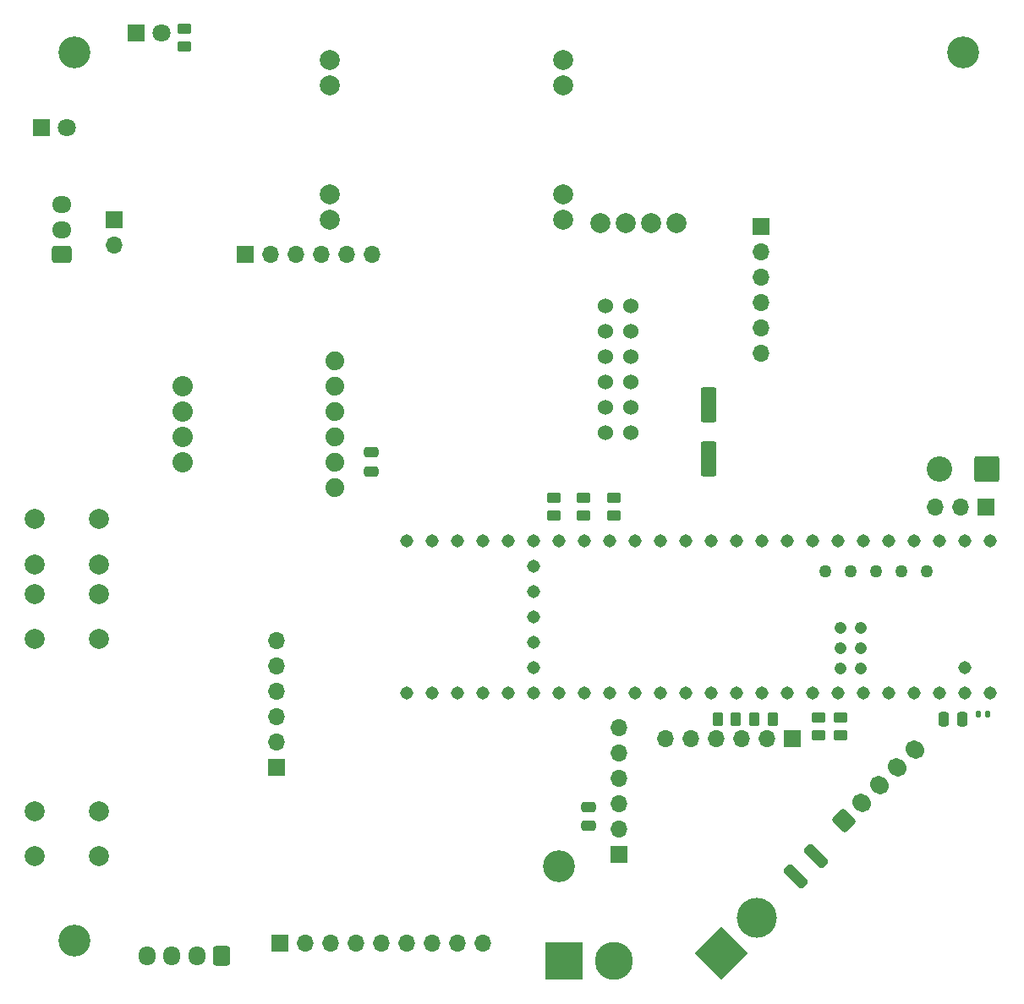
<source format=gbr>
%TF.GenerationSoftware,KiCad,Pcbnew,7.0.8*%
%TF.CreationDate,2023-10-26T13:24:24+11:00*%
%TF.ProjectId,Main 4.2,4d61696e-2034-42e3-922e-6b696361645f,rev?*%
%TF.SameCoordinates,Original*%
%TF.FileFunction,Soldermask,Top*%
%TF.FilePolarity,Negative*%
%FSLAX46Y46*%
G04 Gerber Fmt 4.6, Leading zero omitted, Abs format (unit mm)*
G04 Created by KiCad (PCBNEW 7.0.8) date 2023-10-26 13:24:24*
%MOMM*%
%LPD*%
G01*
G04 APERTURE LIST*
G04 Aperture macros list*
%AMRoundRect*
0 Rectangle with rounded corners*
0 $1 Rounding radius*
0 $2 $3 $4 $5 $6 $7 $8 $9 X,Y pos of 4 corners*
0 Add a 4 corners polygon primitive as box body*
4,1,4,$2,$3,$4,$5,$6,$7,$8,$9,$2,$3,0*
0 Add four circle primitives for the rounded corners*
1,1,$1+$1,$2,$3*
1,1,$1+$1,$4,$5*
1,1,$1+$1,$6,$7*
1,1,$1+$1,$8,$9*
0 Add four rect primitives between the rounded corners*
20,1,$1+$1,$2,$3,$4,$5,0*
20,1,$1+$1,$4,$5,$6,$7,0*
20,1,$1+$1,$6,$7,$8,$9,0*
20,1,$1+$1,$8,$9,$2,$3,0*%
%AMHorizOval*
0 Thick line with rounded ends*
0 $1 width*
0 $2 $3 position (X,Y) of the first rounded end (center of the circle)*
0 $4 $5 position (X,Y) of the second rounded end (center of the circle)*
0 Add line between two ends*
20,1,$1,$2,$3,$4,$5,0*
0 Add two circle primitives to create the rounded ends*
1,1,$1,$2,$3*
1,1,$1,$4,$5*%
%AMRotRect*
0 Rectangle, with rotation*
0 The origin of the aperture is its center*
0 $1 length*
0 $2 width*
0 $3 Rotation angle, in degrees counterclockwise*
0 Add horizontal line*
21,1,$1,$2,0,0,$3*%
G04 Aperture macros list end*
%ADD10RoundRect,0.250000X0.450000X-0.262500X0.450000X0.262500X-0.450000X0.262500X-0.450000X-0.262500X0*%
%ADD11RoundRect,0.250000X-0.450000X0.262500X-0.450000X-0.262500X0.450000X-0.262500X0.450000X0.262500X0*%
%ADD12C,1.524000*%
%ADD13C,3.200000*%
%ADD14RoundRect,0.250000X0.262500X0.450000X-0.262500X0.450000X-0.262500X-0.450000X0.262500X-0.450000X0*%
%ADD15C,2.000000*%
%ADD16RoundRect,0.250000X-0.262500X-0.450000X0.262500X-0.450000X0.262500X0.450000X-0.262500X0.450000X0*%
%ADD17RoundRect,0.249999X1.025001X1.025001X-1.025001X1.025001X-1.025001X-1.025001X1.025001X-1.025001X0*%
%ADD18C,2.550000*%
%ADD19RoundRect,0.250000X0.550000X-1.500000X0.550000X1.500000X-0.550000X1.500000X-0.550000X-1.500000X0*%
%ADD20R,1.700000X1.700000*%
%ADD21O,1.700000X1.700000*%
%ADD22RoundRect,0.140000X-0.140000X-0.170000X0.140000X-0.170000X0.140000X0.170000X-0.140000X0.170000X0*%
%ADD23RoundRect,0.250000X0.088388X-0.936916X0.936916X-0.088388X-0.088388X0.936916X-0.936916X0.088388X0*%
%ADD24HorizOval,1.700000X-0.088388X0.088388X0.088388X-0.088388X0*%
%ADD25RoundRect,0.250000X-0.250000X-0.475000X0.250000X-0.475000X0.250000X0.475000X-0.250000X0.475000X0*%
%ADD26RoundRect,0.250000X0.475000X-0.250000X0.475000X0.250000X-0.475000X0.250000X-0.475000X-0.250000X0*%
%ADD27C,1.308000*%
%ADD28C,1.258000*%
%ADD29C,1.208000*%
%ADD30R,1.800000X1.800000*%
%ADD31C,1.800000*%
%ADD32RotRect,3.800000X3.800000X45.000000*%
%ADD33C,4.000000*%
%ADD34R,3.800000X3.800000*%
%ADD35C,3.800000*%
%ADD36RoundRect,0.250000X0.539169X-0.981111X0.981111X-0.539169X-0.539169X0.981111X-0.981111X0.539169X0*%
%ADD37C,1.879600*%
%ADD38C,2.032000*%
%ADD39RoundRect,0.250000X0.600000X0.725000X-0.600000X0.725000X-0.600000X-0.725000X0.600000X-0.725000X0*%
%ADD40O,1.700000X1.950000*%
%ADD41RoundRect,0.250000X0.725000X-0.600000X0.725000X0.600000X-0.725000X0.600000X-0.725000X-0.600000X0*%
%ADD42O,1.950000X1.700000*%
G04 APERTURE END LIST*
D10*
%TO.C,R31*%
X116500000Y-104912500D03*
X116500000Y-103087500D03*
%TD*%
D11*
%TO.C,R27*%
X182250000Y-172087500D03*
X182250000Y-173912500D03*
%TD*%
D12*
%TO.C,U8*%
X158640000Y-143600000D03*
X161180000Y-143600000D03*
X158640000Y-141060000D03*
X161180000Y-141060000D03*
X158640000Y-138520000D03*
X161180000Y-138520000D03*
X158640000Y-135980000D03*
X161180000Y-135980000D03*
X158640000Y-133440000D03*
X161180000Y-133440000D03*
X161180000Y-130900000D03*
X158640000Y-130900000D03*
%TD*%
D13*
%TO.C,H3*%
X105500000Y-105500000D03*
%TD*%
D10*
%TO.C,R34*%
X159500000Y-151912500D03*
X159500000Y-150087500D03*
%TD*%
D14*
%TO.C,R29*%
X171750000Y-172250000D03*
X169925000Y-172250000D03*
%TD*%
D11*
%TO.C,R28*%
X180000000Y-172087500D03*
X180000000Y-173912500D03*
%TD*%
D15*
%TO.C,SW2*%
X108000000Y-156750000D03*
X101500000Y-156750000D03*
X108000000Y-152250000D03*
X101500000Y-152250000D03*
%TD*%
%TO.C,SW3*%
X101500000Y-181500000D03*
X108000000Y-181500000D03*
X101500000Y-186000000D03*
X108000000Y-186000000D03*
%TD*%
D16*
%TO.C,R30*%
X173587500Y-172250000D03*
X175412500Y-172250000D03*
%TD*%
D15*
%TO.C,SW1*%
X108000000Y-164250000D03*
X101500000Y-164250000D03*
X108000000Y-159750000D03*
X101500000Y-159750000D03*
%TD*%
D13*
%TO.C,H1*%
X154000000Y-187000000D03*
%TD*%
%TO.C,H2*%
X194500000Y-105500000D03*
%TD*%
D17*
%TO.C,J14*%
X196900000Y-147250000D03*
D18*
X192100000Y-147250000D03*
%TD*%
D19*
%TO.C,C21*%
X169000000Y-146200000D03*
X169000000Y-140800000D03*
%TD*%
D10*
%TO.C,R35*%
X156500000Y-151912500D03*
X156500000Y-150087500D03*
%TD*%
D20*
%TO.C,U10*%
X160000000Y-185850000D03*
D21*
X160000000Y-183310000D03*
X160000000Y-180770000D03*
X160000000Y-178230000D03*
X160000000Y-175690000D03*
X160000000Y-173150000D03*
%TD*%
D22*
%TO.C,C24*%
X196020000Y-171750000D03*
X196980000Y-171750000D03*
%TD*%
D10*
%TO.C,R32*%
X153500000Y-151912500D03*
X153500000Y-150087500D03*
%TD*%
D23*
%TO.C,J13*%
X182593235Y-182414303D03*
D24*
X184361002Y-180646536D03*
X186128769Y-178878769D03*
X187896536Y-177111002D03*
X189664303Y-175343235D03*
%TD*%
D25*
%TO.C,C23*%
X192550000Y-172250000D03*
X194450000Y-172250000D03*
%TD*%
D20*
%TO.C,J12*%
X126090000Y-194750000D03*
D21*
X128630000Y-194750000D03*
X131170000Y-194750000D03*
X133710000Y-194750000D03*
X136250000Y-194750000D03*
X138790000Y-194750000D03*
X141330000Y-194750000D03*
X143870000Y-194750000D03*
X146410000Y-194750000D03*
%TD*%
D15*
%TO.C,U7*%
X158190000Y-122580000D03*
X160730000Y-122580000D03*
X163270000Y-122580000D03*
X165810000Y-122580000D03*
%TD*%
D26*
%TO.C,C29*%
X157000000Y-182950000D03*
X157000000Y-181050000D03*
%TD*%
D27*
%TO.C,U12*%
X194670000Y-154380000D03*
X192130000Y-154380000D03*
X189590000Y-154380000D03*
X187050000Y-154380000D03*
X161650000Y-154380000D03*
X192130000Y-169620000D03*
X151490000Y-159460000D03*
X184510000Y-154380000D03*
X181970000Y-154380000D03*
D28*
X190860000Y-157430000D03*
D27*
X179430000Y-154380000D03*
X176890000Y-154380000D03*
X174350000Y-154380000D03*
X171810000Y-154380000D03*
X169270000Y-154380000D03*
X166730000Y-154380000D03*
X164190000Y-154380000D03*
X164190000Y-169620000D03*
X166730000Y-169620000D03*
X169270000Y-169620000D03*
X171810000Y-169620000D03*
X174350000Y-169620000D03*
X176890000Y-169620000D03*
X179430000Y-169620000D03*
X181970000Y-169620000D03*
X184510000Y-169620000D03*
X187050000Y-169620000D03*
X189590000Y-169620000D03*
X159110000Y-154380000D03*
X156570000Y-154380000D03*
X154030000Y-154380000D03*
X151490000Y-154380000D03*
X148950000Y-154380000D03*
X146410000Y-154380000D03*
X143870000Y-154380000D03*
X141330000Y-154380000D03*
X138790000Y-154380000D03*
X138790000Y-169620000D03*
X141330000Y-169620000D03*
X143870000Y-169620000D03*
X146410000Y-169620000D03*
X148950000Y-169620000D03*
X151490000Y-169620000D03*
X154030000Y-169620000D03*
X156570000Y-169620000D03*
X159110000Y-169620000D03*
D28*
X185780000Y-157430000D03*
X188320000Y-157430000D03*
D27*
X197210000Y-154380000D03*
X161650000Y-169620000D03*
X194670000Y-169620000D03*
X151490000Y-162000000D03*
D29*
X182240000Y-165170000D03*
X184240000Y-165170000D03*
D27*
X151490000Y-167080000D03*
X151490000Y-164540000D03*
D29*
X184240000Y-167170000D03*
X182240000Y-167170000D03*
X182240000Y-163170000D03*
X184240000Y-163170000D03*
D28*
X183240000Y-157430000D03*
X180700000Y-157430000D03*
D27*
X151490000Y-156920000D03*
X197210000Y-169620000D03*
X194670000Y-167080000D03*
%TD*%
D20*
%TO.C,J16*%
X196775000Y-151025000D03*
D21*
X194235000Y-151025000D03*
X191695000Y-151025000D03*
%TD*%
D30*
%TO.C,Q1*%
X102225000Y-113000000D03*
D31*
X104765000Y-113000000D03*
%TD*%
D13*
%TO.C,H4*%
X105500000Y-194500000D03*
%TD*%
D32*
%TO.C,J10*%
X170272614Y-195727387D03*
D33*
X173808148Y-192191853D03*
%TD*%
D34*
%TO.C,J11*%
X154500000Y-196500000D03*
D35*
X159500000Y-196500000D03*
%TD*%
D26*
%TO.C,C22*%
X135250000Y-147450000D03*
X135250000Y-145550000D03*
%TD*%
D36*
%TO.C,R1*%
X177715856Y-188034144D03*
X179784144Y-185965856D03*
%TD*%
D20*
%TO.C,J2*%
X109500000Y-122225000D03*
D21*
X109500000Y-124765000D03*
%TD*%
D37*
%TO.C,U9*%
X131620000Y-149080000D03*
X131620000Y-146540000D03*
X131620000Y-144000000D03*
X131620000Y-141460000D03*
X131620000Y-138920000D03*
X131620000Y-136380000D03*
D38*
X116380000Y-146540000D03*
X116380000Y-144000000D03*
X116380000Y-141460000D03*
X116380000Y-138920000D03*
%TD*%
D30*
%TO.C,D1*%
X111725000Y-103500000D03*
D31*
X114265000Y-103500000D03*
%TD*%
D15*
%TO.C,U6*%
X154435000Y-122240000D03*
X154435000Y-119700000D03*
X154435000Y-108800000D03*
X154435000Y-106260000D03*
X131095000Y-122250000D03*
X131095000Y-119710000D03*
X131095000Y-108810000D03*
X131095000Y-106270000D03*
%TD*%
D20*
%TO.C,J5*%
X177350000Y-174250000D03*
D21*
X174810000Y-174250000D03*
X172270000Y-174250000D03*
X169730000Y-174250000D03*
X167190000Y-174250000D03*
X164650000Y-174250000D03*
%TD*%
D20*
%TO.C,J7*%
X122650000Y-125750000D03*
D21*
X125190000Y-125750000D03*
X127730000Y-125750000D03*
X130270000Y-125750000D03*
X132810000Y-125750000D03*
X135350000Y-125750000D03*
%TD*%
D20*
%TO.C,J6*%
X174250000Y-122920000D03*
D21*
X174250000Y-125460000D03*
X174250000Y-128000000D03*
X174250000Y-130540000D03*
X174250000Y-133080000D03*
X174250000Y-135620000D03*
%TD*%
D39*
%TO.C,J15*%
X120250000Y-195975000D03*
D40*
X117750000Y-195975000D03*
X115250000Y-195975000D03*
X112750000Y-195975000D03*
%TD*%
D20*
%TO.C,J8*%
X125750000Y-177100000D03*
D21*
X125750000Y-174560000D03*
X125750000Y-172020000D03*
X125750000Y-169480000D03*
X125750000Y-166940000D03*
X125750000Y-164400000D03*
%TD*%
D41*
%TO.C,J1*%
X104275000Y-125750000D03*
D42*
X104275000Y-123250000D03*
X104275000Y-120750000D03*
%TD*%
M02*

</source>
